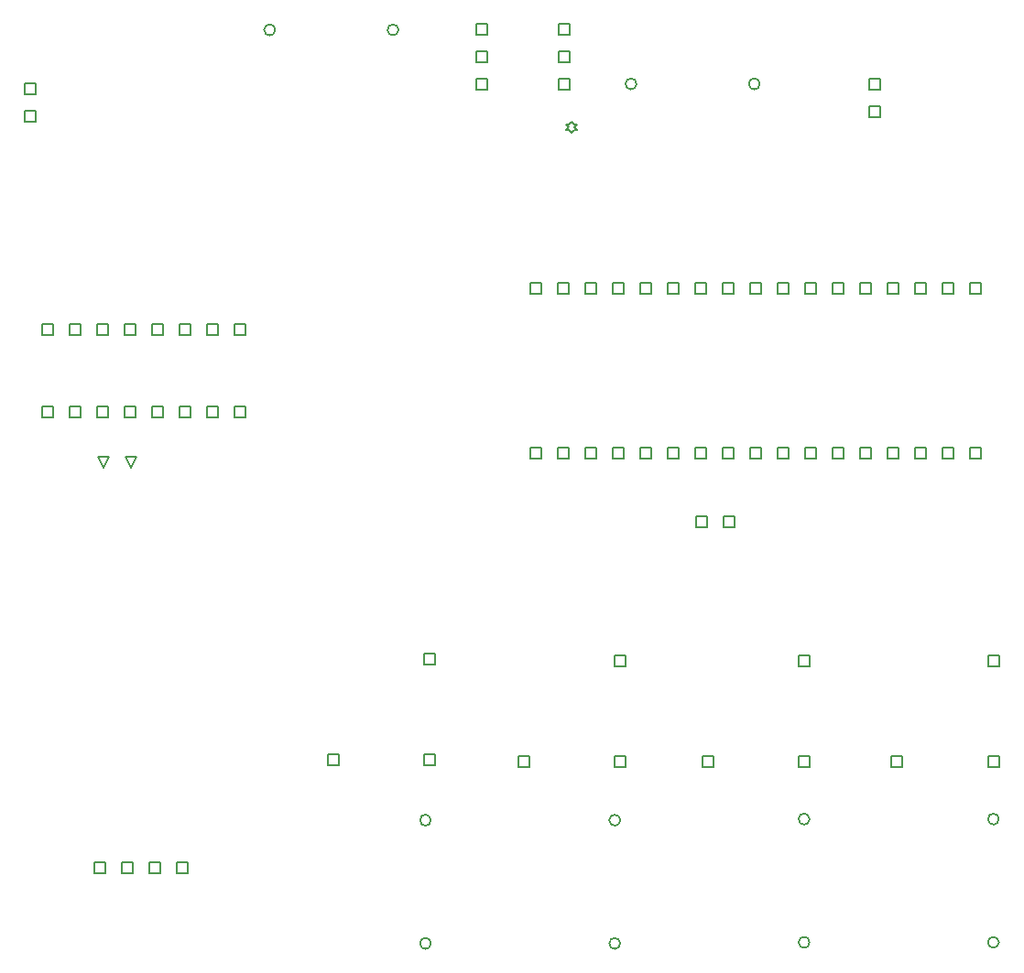
<source format=gbr>
%TF.GenerationSoftware,Altium Limited,Altium Designer,21.8.1 (53)*%
G04 Layer_Color=2752767*
%FSLAX26Y26*%
%MOIN*%
%TF.SameCoordinates,5B9076D9-9D05-4804-A52A-FD960459403A*%
%TF.FilePolarity,Positive*%
%TF.FileFunction,Drawing*%
%TF.Part,Single*%
G01*
G75*
%TA.AperFunction,NonConductor*%
%ADD37C,0.005000*%
%ADD38C,0.006667*%
D37*
X3050866Y818583D02*
Y858583D01*
X3090866D01*
Y818583D01*
X3050866D01*
Y1184724D02*
Y1224724D01*
X3090866D01*
Y1184724D01*
X3050866D01*
X2700472Y818583D02*
Y858583D01*
X2740472D01*
Y818583D01*
X2700472D01*
X2776850Y1692598D02*
Y1732598D01*
X2816850D01*
Y1692598D01*
X2776850D01*
X2676850D02*
Y1732598D01*
X2716850D01*
Y1692598D01*
X2676850D01*
X520866Y1909134D02*
X500866Y1949134D01*
X540866D01*
X520866Y1909134D01*
X620866D02*
X600866Y1949134D01*
X640866D01*
X620866Y1909134D01*
X3389449Y818583D02*
Y858583D01*
X3429449D01*
Y818583D01*
X3389449D01*
X3739843Y1184724D02*
Y1224724D01*
X3779843D01*
Y1184724D01*
X3739843D01*
Y818583D02*
Y858583D01*
X3779843D01*
Y818583D01*
X3739843D01*
X2031181D02*
Y858583D01*
X2071181D01*
Y818583D01*
X2031181D01*
X2381575Y1184724D02*
Y1224724D01*
X2421575D01*
Y1184724D01*
X2381575D01*
Y818583D02*
Y858583D01*
X2421575D01*
Y818583D01*
X2381575D01*
X1338268Y826457D02*
Y866457D01*
X1378268D01*
Y826457D01*
X1338268D01*
X1688661Y1192599D02*
Y1232599D01*
X1728661D01*
Y1192599D01*
X1688661D01*
Y826457D02*
Y866457D01*
X1728661D01*
Y826457D01*
X1688661D01*
X788661Y432756D02*
Y472756D01*
X828661D01*
Y432756D01*
X788661D01*
X688661D02*
Y472756D01*
X728661D01*
Y432756D01*
X688661D01*
X588661D02*
Y472756D01*
X628661D01*
Y432756D01*
X588661D01*
X488661D02*
Y472756D01*
X528661D01*
Y432756D01*
X488661D01*
X235905Y3168976D02*
Y3208976D01*
X275906D01*
Y3168976D01*
X235905D01*
Y3268976D02*
Y3308976D01*
X275906D01*
Y3268976D01*
X235905D01*
X999291Y2393780D02*
Y2433780D01*
X1039291D01*
Y2393780D01*
X999291D01*
X899291D02*
Y2433780D01*
X939291D01*
Y2393780D01*
X899291D01*
X799291D02*
Y2433780D01*
X839291D01*
Y2393780D01*
X799291D01*
X699291D02*
Y2433780D01*
X739291D01*
Y2393780D01*
X699291D01*
X599291D02*
Y2433780D01*
X639291D01*
Y2393780D01*
X599291D01*
X499291D02*
Y2433780D01*
X539291D01*
Y2393780D01*
X499291D01*
X399291D02*
Y2433780D01*
X439291D01*
Y2393780D01*
X399291D01*
X299291D02*
Y2433780D01*
X339291D01*
Y2393780D01*
X299291D01*
X999291Y2093780D02*
Y2133780D01*
X1039291D01*
Y2093780D01*
X999291D01*
X899291D02*
Y2133780D01*
X939291D01*
Y2093780D01*
X899291D01*
X799291D02*
Y2133780D01*
X839291D01*
Y2093780D01*
X799291D01*
X699291D02*
Y2133780D01*
X739291D01*
Y2093780D01*
X699291D01*
X599291D02*
Y2133780D01*
X639291D01*
Y2093780D01*
X599291D01*
X499291D02*
Y2133780D01*
X539291D01*
Y2093780D01*
X499291D01*
X399291D02*
Y2133780D01*
X439291D01*
Y2093780D01*
X399291D01*
X299291D02*
Y2133780D01*
X339291D01*
Y2093780D01*
X299291D01*
X2073701Y1943780D02*
Y1983780D01*
X2113701D01*
Y1943780D01*
X2073701D01*
X2173701D02*
Y1983780D01*
X2213701D01*
Y1943780D01*
X2173701D01*
X2273701D02*
Y1983780D01*
X2313701D01*
Y1943780D01*
X2273701D01*
X2373701D02*
Y1983780D01*
X2413701D01*
Y1943780D01*
X2373701D01*
X2473701D02*
Y1983780D01*
X2513701D01*
Y1943780D01*
X2473701D01*
X2573701D02*
Y1983780D01*
X2613701D01*
Y1943780D01*
X2573701D01*
X2673701D02*
Y1983780D01*
X2713701D01*
Y1943780D01*
X2673701D01*
X2773701D02*
Y1983780D01*
X2813701D01*
Y1943780D01*
X2773701D01*
X2873701D02*
Y1983780D01*
X2913701D01*
Y1943780D01*
X2873701D01*
X2973701D02*
Y1983780D01*
X3013701D01*
Y1943780D01*
X2973701D01*
X3073701D02*
Y1983780D01*
X3113701D01*
Y1943780D01*
X3073701D01*
X3173701D02*
Y1983780D01*
X3213701D01*
Y1943780D01*
X3173701D01*
X3273701D02*
Y1983780D01*
X3313701D01*
Y1943780D01*
X3273701D01*
X3373701D02*
Y1983780D01*
X3413701D01*
Y1943780D01*
X3373701D01*
X3473701D02*
Y1983780D01*
X3513701D01*
Y1943780D01*
X3473701D01*
X3573701D02*
Y1983780D01*
X3613701D01*
Y1943780D01*
X3573701D01*
X3673701D02*
Y1983780D01*
X3713701D01*
Y1943780D01*
X3673701D01*
X2073701Y2543780D02*
Y2583780D01*
X2113701D01*
Y2543780D01*
X2073701D01*
X2173701D02*
Y2583780D01*
X2213701D01*
Y2543780D01*
X2173701D01*
X2273701D02*
Y2583780D01*
X2313701D01*
Y2543780D01*
X2273701D01*
X2373701D02*
Y2583780D01*
X2413701D01*
Y2543780D01*
X2373701D01*
X2473701D02*
Y2583780D01*
X2513701D01*
Y2543780D01*
X2473701D01*
X2573701D02*
Y2583780D01*
X2613701D01*
Y2543780D01*
X2573701D01*
X2673701D02*
Y2583780D01*
X2713701D01*
Y2543780D01*
X2673701D01*
X2773701D02*
Y2583780D01*
X2813701D01*
Y2543780D01*
X2773701D01*
X2873701D02*
Y2583780D01*
X2913701D01*
Y2543780D01*
X2873701D01*
X2973701D02*
Y2583780D01*
X3013701D01*
Y2543780D01*
X2973701D01*
X3073701D02*
Y2583780D01*
X3113701D01*
Y2543780D01*
X3073701D01*
X3173701D02*
Y2583780D01*
X3213701D01*
Y2543780D01*
X3173701D01*
X3273701D02*
Y2583780D01*
X3313701D01*
Y2543780D01*
X3273701D01*
X3373701D02*
Y2583780D01*
X3413701D01*
Y2543780D01*
X3373701D01*
X3473701D02*
Y2583780D01*
X3513701D01*
Y2543780D01*
X3473701D01*
X3573701D02*
Y2583780D01*
X3613701D01*
Y2543780D01*
X3573701D01*
X3673701D02*
Y2583780D01*
X3713701D01*
Y2543780D01*
X3673701D01*
X1877244Y3485512D02*
Y3525512D01*
X1917244D01*
Y3485512D01*
X1877244D01*
Y3385512D02*
Y3425512D01*
X1917244D01*
Y3385512D01*
X1877244D01*
Y3285512D02*
Y3325512D01*
X1917244D01*
Y3285512D01*
X1877244D01*
X2177244Y3485512D02*
Y3525512D01*
X2217244D01*
Y3485512D01*
X2177244D01*
Y3385512D02*
Y3425512D01*
X2217244D01*
Y3385512D01*
X2177244D01*
Y3285512D02*
Y3325512D01*
X2217244D01*
Y3285512D01*
X2177244D01*
X3306772Y3287087D02*
Y3327087D01*
X3346772D01*
Y3287087D01*
X3306772D01*
Y3187087D02*
Y3227087D01*
X3346772D01*
Y3187087D01*
X3306772D01*
X2224409Y3129606D02*
X2234409Y3139606D01*
X2244409D01*
X2234409Y3149606D01*
X2244409Y3159606D01*
X2234409D01*
X2224409Y3169606D01*
X2214409Y3159606D01*
X2204409D01*
X2214409Y3149606D01*
X2204409Y3139606D01*
X2214409D01*
X2224409Y3129606D01*
D38*
X3779843Y181102D02*
G03*
X3779843Y181102I-20000J0D01*
G01*
Y629921D02*
G03*
X3779843Y629921I-20000J0D01*
G01*
X3090866Y181102D02*
G03*
X3090866Y181102I-20000J0D01*
G01*
Y629921D02*
G03*
X3090866Y629921I-20000J0D01*
G01*
X2401890Y177165D02*
G03*
X2401890Y177165I-20000J0D01*
G01*
Y625984D02*
G03*
X2401890Y625984I-20000J0D01*
G01*
X1712914Y177165D02*
G03*
X1712914Y177165I-20000J0D01*
G01*
Y625984D02*
G03*
X1712914Y625984I-20000J0D01*
G01*
X1594803Y3503937D02*
G03*
X1594803Y3503937I-20000J0D01*
G01*
X1145984D02*
G03*
X1145984Y3503937I-20000J0D01*
G01*
X2909764Y3307087D02*
G03*
X2909764Y3307087I-20000J0D01*
G01*
X2460945D02*
G03*
X2460945Y3307087I-20000J0D01*
G01*
%TF.MD5,48e828e71c8ad2f8485ac20a45adbf97*%
M02*

</source>
